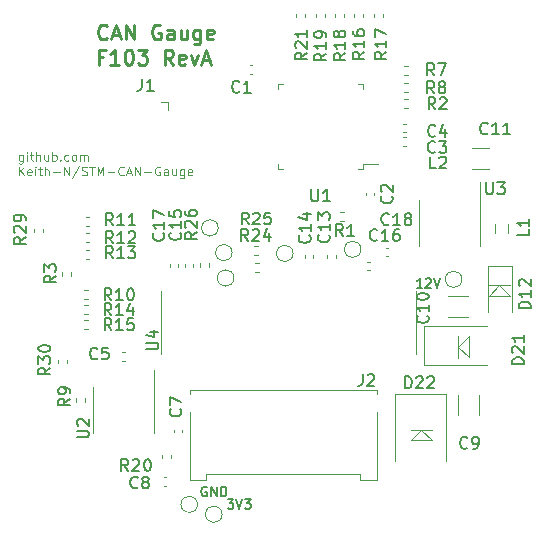
<source format=gbr>
%TF.GenerationSoftware,KiCad,Pcbnew,(5.1.10)-1*%
%TF.CreationDate,2022-01-29T15:25:58-05:00*%
%TF.ProjectId,CAN_Gauge,43414e5f-4761-4756-9765-2e6b69636164,rev?*%
%TF.SameCoordinates,Original*%
%TF.FileFunction,Legend,Top*%
%TF.FilePolarity,Positive*%
%FSLAX46Y46*%
G04 Gerber Fmt 4.6, Leading zero omitted, Abs format (unit mm)*
G04 Created by KiCad (PCBNEW (5.1.10)-1) date 2022-01-29 15:25:58*
%MOMM*%
%LPD*%
G01*
G04 APERTURE LIST*
%ADD10C,0.250000*%
%ADD11C,0.200000*%
%ADD12C,0.120000*%
%ADD13C,0.125000*%
%ADD14C,0.150000*%
G04 APERTURE END LIST*
D10*
X118184304Y-77284028D02*
X118124780Y-77343552D01*
X117946209Y-77403076D01*
X117827161Y-77403076D01*
X117648590Y-77343552D01*
X117529542Y-77224504D01*
X117470019Y-77105457D01*
X117410495Y-76867361D01*
X117410495Y-76688790D01*
X117470019Y-76450695D01*
X117529542Y-76331647D01*
X117648590Y-76212600D01*
X117827161Y-76153076D01*
X117946209Y-76153076D01*
X118124780Y-76212600D01*
X118184304Y-76272123D01*
X118660495Y-77045933D02*
X119255733Y-77045933D01*
X118541447Y-77403076D02*
X118958114Y-76153076D01*
X119374780Y-77403076D01*
X119791447Y-77403076D02*
X119791447Y-76153076D01*
X120505733Y-77403076D01*
X120505733Y-76153076D01*
X122708114Y-76212600D02*
X122589066Y-76153076D01*
X122410495Y-76153076D01*
X122231923Y-76212600D01*
X122112876Y-76331647D01*
X122053352Y-76450695D01*
X121993828Y-76688790D01*
X121993828Y-76867361D01*
X122053352Y-77105457D01*
X122112876Y-77224504D01*
X122231923Y-77343552D01*
X122410495Y-77403076D01*
X122529542Y-77403076D01*
X122708114Y-77343552D01*
X122767638Y-77284028D01*
X122767638Y-76867361D01*
X122529542Y-76867361D01*
X123839066Y-77403076D02*
X123839066Y-76748314D01*
X123779542Y-76629266D01*
X123660495Y-76569742D01*
X123422400Y-76569742D01*
X123303352Y-76629266D01*
X123839066Y-77343552D02*
X123720019Y-77403076D01*
X123422400Y-77403076D01*
X123303352Y-77343552D01*
X123243828Y-77224504D01*
X123243828Y-77105457D01*
X123303352Y-76986409D01*
X123422400Y-76926885D01*
X123720019Y-76926885D01*
X123839066Y-76867361D01*
X124970019Y-76569742D02*
X124970019Y-77403076D01*
X124434304Y-76569742D02*
X124434304Y-77224504D01*
X124493828Y-77343552D01*
X124612876Y-77403076D01*
X124791447Y-77403076D01*
X124910495Y-77343552D01*
X124970019Y-77284028D01*
X126100971Y-76569742D02*
X126100971Y-77581647D01*
X126041447Y-77700695D01*
X125981923Y-77760219D01*
X125862876Y-77819742D01*
X125684304Y-77819742D01*
X125565257Y-77760219D01*
X126100971Y-77343552D02*
X125981923Y-77403076D01*
X125743828Y-77403076D01*
X125624780Y-77343552D01*
X125565257Y-77284028D01*
X125505733Y-77164980D01*
X125505733Y-76807838D01*
X125565257Y-76688790D01*
X125624780Y-76629266D01*
X125743828Y-76569742D01*
X125981923Y-76569742D01*
X126100971Y-76629266D01*
X127172400Y-77343552D02*
X127053352Y-77403076D01*
X126815257Y-77403076D01*
X126696209Y-77343552D01*
X126636685Y-77224504D01*
X126636685Y-76748314D01*
X126696209Y-76629266D01*
X126815257Y-76569742D01*
X127053352Y-76569742D01*
X127172400Y-76629266D01*
X127231923Y-76748314D01*
X127231923Y-76867361D01*
X126636685Y-76986409D01*
X117886685Y-78873314D02*
X117470019Y-78873314D01*
X117470019Y-79528076D02*
X117470019Y-78278076D01*
X118065257Y-78278076D01*
X119196209Y-79528076D02*
X118481923Y-79528076D01*
X118839066Y-79528076D02*
X118839066Y-78278076D01*
X118720019Y-78456647D01*
X118600971Y-78575695D01*
X118481923Y-78635219D01*
X119970019Y-78278076D02*
X120089066Y-78278076D01*
X120208114Y-78337600D01*
X120267638Y-78397123D01*
X120327161Y-78516171D01*
X120386685Y-78754266D01*
X120386685Y-79051885D01*
X120327161Y-79289980D01*
X120267638Y-79409028D01*
X120208114Y-79468552D01*
X120089066Y-79528076D01*
X119970019Y-79528076D01*
X119850971Y-79468552D01*
X119791447Y-79409028D01*
X119731923Y-79289980D01*
X119672400Y-79051885D01*
X119672400Y-78754266D01*
X119731923Y-78516171D01*
X119791447Y-78397123D01*
X119850971Y-78337600D01*
X119970019Y-78278076D01*
X120803352Y-78278076D02*
X121577161Y-78278076D01*
X121160495Y-78754266D01*
X121339066Y-78754266D01*
X121458114Y-78813790D01*
X121517638Y-78873314D01*
X121577161Y-78992361D01*
X121577161Y-79289980D01*
X121517638Y-79409028D01*
X121458114Y-79468552D01*
X121339066Y-79528076D01*
X120981923Y-79528076D01*
X120862876Y-79468552D01*
X120803352Y-79409028D01*
X123779542Y-79528076D02*
X123362876Y-78932838D01*
X123065257Y-79528076D02*
X123065257Y-78278076D01*
X123541447Y-78278076D01*
X123660495Y-78337600D01*
X123720019Y-78397123D01*
X123779542Y-78516171D01*
X123779542Y-78694742D01*
X123720019Y-78813790D01*
X123660495Y-78873314D01*
X123541447Y-78932838D01*
X123065257Y-78932838D01*
X124791447Y-79468552D02*
X124672400Y-79528076D01*
X124434304Y-79528076D01*
X124315257Y-79468552D01*
X124255733Y-79349504D01*
X124255733Y-78873314D01*
X124315257Y-78754266D01*
X124434304Y-78694742D01*
X124672400Y-78694742D01*
X124791447Y-78754266D01*
X124850971Y-78873314D01*
X124850971Y-78992361D01*
X124255733Y-79111409D01*
X125267638Y-78694742D02*
X125565257Y-79528076D01*
X125862876Y-78694742D01*
X126279542Y-79170933D02*
X126874780Y-79170933D01*
X126160495Y-79528076D02*
X126577161Y-78278076D01*
X126993828Y-79528076D01*
D11*
X126623876Y-115324800D02*
X126547685Y-115286704D01*
X126433400Y-115286704D01*
X126319114Y-115324800D01*
X126242923Y-115400990D01*
X126204828Y-115477180D01*
X126166733Y-115629561D01*
X126166733Y-115743847D01*
X126204828Y-115896228D01*
X126242923Y-115972419D01*
X126319114Y-116048609D01*
X126433400Y-116086704D01*
X126509590Y-116086704D01*
X126623876Y-116048609D01*
X126661971Y-116010514D01*
X126661971Y-115743847D01*
X126509590Y-115743847D01*
X127004828Y-116086704D02*
X127004828Y-115286704D01*
X127461971Y-116086704D01*
X127461971Y-115286704D01*
X127842923Y-116086704D02*
X127842923Y-115286704D01*
X128033400Y-115286704D01*
X128147685Y-115324800D01*
X128223876Y-115400990D01*
X128261971Y-115477180D01*
X128300066Y-115629561D01*
X128300066Y-115743847D01*
X128261971Y-115896228D01*
X128223876Y-115972419D01*
X128147685Y-116048609D01*
X128033400Y-116086704D01*
X127842923Y-116086704D01*
X128401923Y-116353504D02*
X128897161Y-116353504D01*
X128630495Y-116658266D01*
X128744780Y-116658266D01*
X128820971Y-116696361D01*
X128859066Y-116734457D01*
X128897161Y-116810647D01*
X128897161Y-117001123D01*
X128859066Y-117077314D01*
X128820971Y-117115409D01*
X128744780Y-117153504D01*
X128516209Y-117153504D01*
X128440019Y-117115409D01*
X128401923Y-117077314D01*
X129125733Y-116353504D02*
X129392400Y-117153504D01*
X129659066Y-116353504D01*
X129849542Y-116353504D02*
X130344780Y-116353504D01*
X130078114Y-116658266D01*
X130192400Y-116658266D01*
X130268590Y-116696361D01*
X130306685Y-116734457D01*
X130344780Y-116810647D01*
X130344780Y-117001123D01*
X130306685Y-117077314D01*
X130268590Y-117115409D01*
X130192400Y-117153504D01*
X129963828Y-117153504D01*
X129887638Y-117115409D01*
X129849542Y-117077314D01*
X144886461Y-98421004D02*
X144429319Y-98421004D01*
X144657890Y-98421004D02*
X144657890Y-97621004D01*
X144581700Y-97735290D01*
X144505509Y-97811480D01*
X144429319Y-97849576D01*
X145191223Y-97697195D02*
X145229319Y-97659100D01*
X145305509Y-97621004D01*
X145495985Y-97621004D01*
X145572176Y-97659100D01*
X145610271Y-97697195D01*
X145648366Y-97773385D01*
X145648366Y-97849576D01*
X145610271Y-97963861D01*
X145153128Y-98421004D01*
X145648366Y-98421004D01*
X145876938Y-97621004D02*
X146143604Y-98421004D01*
X146410271Y-97621004D01*
D12*
X151414200Y-98198800D02*
X152328600Y-98198800D01*
X151414200Y-98198800D02*
X150525200Y-99113200D01*
X150550600Y-99113200D02*
X152303200Y-99113200D01*
X152303200Y-99113200D02*
X151414200Y-98198800D01*
X151414200Y-98198800D02*
X150499800Y-98198800D01*
X147934400Y-103405800D02*
X147934400Y-102516800D01*
X147883600Y-103431200D02*
X148798000Y-104320200D01*
X148798000Y-104294800D02*
X148798000Y-102542200D01*
X148798000Y-102542200D02*
X147883600Y-103431200D01*
X147934400Y-103431200D02*
X147934400Y-104345600D01*
X144810200Y-110441600D02*
X145724600Y-110441600D01*
X144810200Y-110441600D02*
X143921200Y-111356000D01*
X143946600Y-111356000D02*
X145699200Y-111356000D01*
X145699200Y-111356000D02*
X144810200Y-110441600D01*
X144810200Y-110441600D02*
X143895800Y-110441600D01*
D13*
X111063350Y-87164185D02*
X111063350Y-87771328D01*
X111027635Y-87842757D01*
X110991921Y-87878471D01*
X110920492Y-87914185D01*
X110813350Y-87914185D01*
X110741921Y-87878471D01*
X111063350Y-87628471D02*
X110991921Y-87664185D01*
X110849064Y-87664185D01*
X110777635Y-87628471D01*
X110741921Y-87592757D01*
X110706207Y-87521328D01*
X110706207Y-87307042D01*
X110741921Y-87235614D01*
X110777635Y-87199900D01*
X110849064Y-87164185D01*
X110991921Y-87164185D01*
X111063350Y-87199900D01*
X111420492Y-87664185D02*
X111420492Y-87164185D01*
X111420492Y-86914185D02*
X111384778Y-86949900D01*
X111420492Y-86985614D01*
X111456207Y-86949900D01*
X111420492Y-86914185D01*
X111420492Y-86985614D01*
X111670492Y-87164185D02*
X111956207Y-87164185D01*
X111777635Y-86914185D02*
X111777635Y-87557042D01*
X111813350Y-87628471D01*
X111884778Y-87664185D01*
X111956207Y-87664185D01*
X112206207Y-87664185D02*
X112206207Y-86914185D01*
X112527635Y-87664185D02*
X112527635Y-87271328D01*
X112491921Y-87199900D01*
X112420492Y-87164185D01*
X112313350Y-87164185D01*
X112241921Y-87199900D01*
X112206207Y-87235614D01*
X113206207Y-87164185D02*
X113206207Y-87664185D01*
X112884778Y-87164185D02*
X112884778Y-87557042D01*
X112920492Y-87628471D01*
X112991921Y-87664185D01*
X113099064Y-87664185D01*
X113170492Y-87628471D01*
X113206207Y-87592757D01*
X113563350Y-87664185D02*
X113563350Y-86914185D01*
X113563350Y-87199900D02*
X113634778Y-87164185D01*
X113777635Y-87164185D01*
X113849064Y-87199900D01*
X113884778Y-87235614D01*
X113920492Y-87307042D01*
X113920492Y-87521328D01*
X113884778Y-87592757D01*
X113849064Y-87628471D01*
X113777635Y-87664185D01*
X113634778Y-87664185D01*
X113563350Y-87628471D01*
X114241921Y-87592757D02*
X114277635Y-87628471D01*
X114241921Y-87664185D01*
X114206207Y-87628471D01*
X114241921Y-87592757D01*
X114241921Y-87664185D01*
X114920492Y-87628471D02*
X114849064Y-87664185D01*
X114706207Y-87664185D01*
X114634778Y-87628471D01*
X114599064Y-87592757D01*
X114563350Y-87521328D01*
X114563350Y-87307042D01*
X114599064Y-87235614D01*
X114634778Y-87199900D01*
X114706207Y-87164185D01*
X114849064Y-87164185D01*
X114920492Y-87199900D01*
X115349064Y-87664185D02*
X115277635Y-87628471D01*
X115241921Y-87592757D01*
X115206207Y-87521328D01*
X115206207Y-87307042D01*
X115241921Y-87235614D01*
X115277635Y-87199900D01*
X115349064Y-87164185D01*
X115456207Y-87164185D01*
X115527635Y-87199900D01*
X115563350Y-87235614D01*
X115599064Y-87307042D01*
X115599064Y-87521328D01*
X115563350Y-87592757D01*
X115527635Y-87628471D01*
X115456207Y-87664185D01*
X115349064Y-87664185D01*
X115920492Y-87664185D02*
X115920492Y-87164185D01*
X115920492Y-87235614D02*
X115956207Y-87199900D01*
X116027635Y-87164185D01*
X116134778Y-87164185D01*
X116206207Y-87199900D01*
X116241921Y-87271328D01*
X116241921Y-87664185D01*
X116241921Y-87271328D02*
X116277635Y-87199900D01*
X116349064Y-87164185D01*
X116456207Y-87164185D01*
X116527635Y-87199900D01*
X116563350Y-87271328D01*
X116563350Y-87664185D01*
X110741921Y-88914185D02*
X110741921Y-88164185D01*
X111170492Y-88914185D02*
X110849064Y-88485614D01*
X111170492Y-88164185D02*
X110741921Y-88592757D01*
X111777635Y-88878471D02*
X111706207Y-88914185D01*
X111563350Y-88914185D01*
X111491921Y-88878471D01*
X111456207Y-88807042D01*
X111456207Y-88521328D01*
X111491921Y-88449900D01*
X111563350Y-88414185D01*
X111706207Y-88414185D01*
X111777635Y-88449900D01*
X111813350Y-88521328D01*
X111813350Y-88592757D01*
X111456207Y-88664185D01*
X112134778Y-88914185D02*
X112134778Y-88414185D01*
X112134778Y-88164185D02*
X112099064Y-88199900D01*
X112134778Y-88235614D01*
X112170492Y-88199900D01*
X112134778Y-88164185D01*
X112134778Y-88235614D01*
X112384778Y-88414185D02*
X112670492Y-88414185D01*
X112491921Y-88164185D02*
X112491921Y-88807042D01*
X112527635Y-88878471D01*
X112599064Y-88914185D01*
X112670492Y-88914185D01*
X112920492Y-88914185D02*
X112920492Y-88164185D01*
X113241921Y-88914185D02*
X113241921Y-88521328D01*
X113206207Y-88449900D01*
X113134778Y-88414185D01*
X113027635Y-88414185D01*
X112956207Y-88449900D01*
X112920492Y-88485614D01*
X113599064Y-88628471D02*
X114170492Y-88628471D01*
X114527635Y-88914185D02*
X114527635Y-88164185D01*
X114956207Y-88914185D01*
X114956207Y-88164185D01*
X115849064Y-88128471D02*
X115206207Y-89092757D01*
X116063350Y-88878471D02*
X116170492Y-88914185D01*
X116349064Y-88914185D01*
X116420492Y-88878471D01*
X116456207Y-88842757D01*
X116491921Y-88771328D01*
X116491921Y-88699900D01*
X116456207Y-88628471D01*
X116420492Y-88592757D01*
X116349064Y-88557042D01*
X116206207Y-88521328D01*
X116134778Y-88485614D01*
X116099064Y-88449900D01*
X116063350Y-88378471D01*
X116063350Y-88307042D01*
X116099064Y-88235614D01*
X116134778Y-88199900D01*
X116206207Y-88164185D01*
X116384778Y-88164185D01*
X116491921Y-88199900D01*
X116706207Y-88164185D02*
X117134778Y-88164185D01*
X116920492Y-88914185D02*
X116920492Y-88164185D01*
X117384778Y-88914185D02*
X117384778Y-88164185D01*
X117634778Y-88699900D01*
X117884778Y-88164185D01*
X117884778Y-88914185D01*
X118241921Y-88628471D02*
X118813350Y-88628471D01*
X119599064Y-88842757D02*
X119563350Y-88878471D01*
X119456207Y-88914185D01*
X119384778Y-88914185D01*
X119277635Y-88878471D01*
X119206207Y-88807042D01*
X119170492Y-88735614D01*
X119134778Y-88592757D01*
X119134778Y-88485614D01*
X119170492Y-88342757D01*
X119206207Y-88271328D01*
X119277635Y-88199900D01*
X119384778Y-88164185D01*
X119456207Y-88164185D01*
X119563350Y-88199900D01*
X119599064Y-88235614D01*
X119884778Y-88699900D02*
X120241921Y-88699900D01*
X119813350Y-88914185D02*
X120063350Y-88164185D01*
X120313350Y-88914185D01*
X120563350Y-88914185D02*
X120563350Y-88164185D01*
X120991921Y-88914185D01*
X120991921Y-88164185D01*
X121349064Y-88628471D02*
X121920492Y-88628471D01*
X122670492Y-88199900D02*
X122599064Y-88164185D01*
X122491921Y-88164185D01*
X122384778Y-88199900D01*
X122313350Y-88271328D01*
X122277635Y-88342757D01*
X122241921Y-88485614D01*
X122241921Y-88592757D01*
X122277635Y-88735614D01*
X122313350Y-88807042D01*
X122384778Y-88878471D01*
X122491921Y-88914185D01*
X122563350Y-88914185D01*
X122670492Y-88878471D01*
X122706207Y-88842757D01*
X122706207Y-88592757D01*
X122563350Y-88592757D01*
X123349064Y-88914185D02*
X123349064Y-88521328D01*
X123313350Y-88449900D01*
X123241921Y-88414185D01*
X123099064Y-88414185D01*
X123027635Y-88449900D01*
X123349064Y-88878471D02*
X123277635Y-88914185D01*
X123099064Y-88914185D01*
X123027635Y-88878471D01*
X122991921Y-88807042D01*
X122991921Y-88735614D01*
X123027635Y-88664185D01*
X123099064Y-88628471D01*
X123277635Y-88628471D01*
X123349064Y-88592757D01*
X124027635Y-88414185D02*
X124027635Y-88914185D01*
X123706207Y-88414185D02*
X123706207Y-88807042D01*
X123741921Y-88878471D01*
X123813350Y-88914185D01*
X123920492Y-88914185D01*
X123991921Y-88878471D01*
X124027635Y-88842757D01*
X124706207Y-88414185D02*
X124706207Y-89021328D01*
X124670492Y-89092757D01*
X124634778Y-89128471D01*
X124563350Y-89164185D01*
X124456207Y-89164185D01*
X124384778Y-89128471D01*
X124706207Y-88878471D02*
X124634778Y-88914185D01*
X124491921Y-88914185D01*
X124420492Y-88878471D01*
X124384778Y-88842757D01*
X124349064Y-88771328D01*
X124349064Y-88557042D01*
X124384778Y-88485614D01*
X124420492Y-88449900D01*
X124491921Y-88414185D01*
X124634778Y-88414185D01*
X124706207Y-88449900D01*
X125349064Y-88878471D02*
X125277635Y-88914185D01*
X125134778Y-88914185D01*
X125063350Y-88878471D01*
X125027635Y-88807042D01*
X125027635Y-88521328D01*
X125063350Y-88449900D01*
X125134778Y-88414185D01*
X125277635Y-88414185D01*
X125349064Y-88449900D01*
X125384778Y-88521328D01*
X125384778Y-88592757D01*
X125027635Y-88664185D01*
D12*
%TO.C,TP7*%
X139693600Y-95176200D02*
G75*
G03*
X139693600Y-95176200I-700000J0D01*
G01*
%TO.C,TP2*%
X133940500Y-95519100D02*
G75*
G03*
X133940500Y-95519100I-700000J0D01*
G01*
%TO.C,U1*%
X139860400Y-87947600D02*
X141150400Y-87947600D01*
X139860400Y-88397600D02*
X139860400Y-87947600D01*
X139410400Y-88397600D02*
X139860400Y-88397600D01*
X132640400Y-88397600D02*
X132640400Y-87947600D01*
X133090400Y-88397600D02*
X132640400Y-88397600D01*
X139860400Y-81177600D02*
X139860400Y-81627600D01*
X139410400Y-81177600D02*
X139860400Y-81177600D01*
X132640400Y-81177600D02*
X132640400Y-81627600D01*
X133090400Y-81177600D02*
X132640400Y-81177600D01*
%TO.C,TP8*%
X128784300Y-95455600D02*
G75*
G03*
X128784300Y-95455600I-700000J0D01*
G01*
%TO.C,C10*%
X147061058Y-99104900D02*
X148731542Y-99104900D01*
X147061058Y-100924900D02*
X148731542Y-100924900D01*
%TO.C,J1*%
X122737600Y-82730200D02*
X123372600Y-82730200D01*
X123372600Y-82730200D02*
X123372600Y-83365200D01*
%TO.C,TP6*%
X128936700Y-97601900D02*
G75*
G03*
X128936700Y-97601900I-700000J0D01*
G01*
%TO.C,C17*%
X123520600Y-96414564D02*
X123520600Y-96630236D01*
X124240600Y-96414564D02*
X124240600Y-96630236D01*
%TO.C,R24*%
X130711959Y-97054800D02*
X131019241Y-97054800D01*
X130711959Y-96294800D02*
X131019241Y-96294800D01*
%TO.C,TP1*%
X127603200Y-93360100D02*
G75*
G03*
X127603200Y-93360100I-700000J0D01*
G01*
%TO.C,TP5*%
X125850600Y-116766200D02*
G75*
G03*
X125850600Y-116766200I-700000J0D01*
G01*
%TO.C,TP4*%
X127933400Y-117604400D02*
G75*
G03*
X127933400Y-117604400I-700000J0D01*
G01*
%TO.C,TP3*%
X148240700Y-97716200D02*
G75*
G03*
X148240700Y-97716200I-700000J0D01*
G01*
%TO.C,U4*%
X122734000Y-98699000D02*
X122734000Y-104033000D01*
X144344000Y-104023000D02*
X144344000Y-98689000D01*
X144332000Y-104027000D02*
X144332000Y-104027000D01*
%TO.C,R20*%
X123600200Y-112573959D02*
X123600200Y-112881241D01*
X122840200Y-112573959D02*
X122840200Y-112881241D01*
%TO.C,L1*%
X152177400Y-93823222D02*
X152177400Y-93023978D01*
X151057400Y-93823222D02*
X151057400Y-93023978D01*
%TO.C,C11*%
X150499852Y-86570000D02*
X149077348Y-86570000D01*
X150499852Y-88390000D02*
X149077348Y-88390000D01*
%TO.C,D12*%
X152439600Y-96558400D02*
X150439600Y-96558400D01*
X150439600Y-96558400D02*
X150439600Y-100458400D01*
X152439600Y-96558400D02*
X152439600Y-100458400D01*
%TO.C,U3*%
X144612400Y-92915600D02*
X144612400Y-94865600D01*
X144612400Y-92915600D02*
X144612400Y-90965600D01*
X149732400Y-92915600D02*
X149732400Y-94865600D01*
X149732400Y-92915600D02*
X149732400Y-89465600D01*
%TO.C,J2*%
X141057000Y-107418000D02*
X141057000Y-107108000D01*
X141057000Y-107108000D02*
X125187000Y-107108000D01*
X125187000Y-107108000D02*
X125187000Y-107418000D01*
X141057000Y-108938000D02*
X141057000Y-114698000D01*
X141057000Y-114698000D02*
X139637000Y-114698000D01*
X139637000Y-114698000D02*
X139637000Y-114198000D01*
X139637000Y-114198000D02*
X126607000Y-114198000D01*
X126607000Y-114198000D02*
X126607000Y-114698000D01*
X126607000Y-114698000D02*
X125187000Y-114698000D01*
X125187000Y-114698000D02*
X125187000Y-108938000D01*
%TO.C,R30*%
X114837200Y-104829441D02*
X114837200Y-104522159D01*
X114077200Y-104829441D02*
X114077200Y-104522159D01*
%TO.C,R29*%
X111969000Y-93422359D02*
X111969000Y-93729641D01*
X112729000Y-93422359D02*
X112729000Y-93729641D01*
%TO.C,R21*%
X134206700Y-75210559D02*
X134206700Y-75517841D01*
X134966700Y-75210559D02*
X134966700Y-75517841D01*
%TO.C,D22*%
X146884000Y-107425000D02*
X146884000Y-113125000D01*
X142584000Y-107425000D02*
X142584000Y-113125000D01*
X146884000Y-107425000D02*
X142584000Y-107425000D01*
%TO.C,C9*%
X149708000Y-107523558D02*
X149708000Y-109194042D01*
X147888000Y-107523558D02*
X147888000Y-109194042D01*
%TO.C,R26*%
X126040600Y-96368759D02*
X126040600Y-96676041D01*
X126800600Y-96368759D02*
X126800600Y-96676041D01*
%TO.C,R25*%
X130943041Y-94872400D02*
X130635759Y-94872400D01*
X130943041Y-95632400D02*
X130635759Y-95632400D01*
%TO.C,C18*%
X141806764Y-95752100D02*
X142022436Y-95752100D01*
X141806764Y-95032100D02*
X142022436Y-95032100D01*
%TO.C,C16*%
X140244664Y-96933200D02*
X140460336Y-96933200D01*
X140244664Y-96213200D02*
X140460336Y-96213200D01*
%TO.C,C15*%
X124785600Y-96414564D02*
X124785600Y-96630236D01*
X125505600Y-96414564D02*
X125505600Y-96630236D01*
%TO.C,C14*%
X134950600Y-95677964D02*
X134950600Y-95893636D01*
X135670600Y-95677964D02*
X135670600Y-95893636D01*
%TO.C,C13*%
X136817500Y-95677964D02*
X136817500Y-95893636D01*
X137537500Y-95677964D02*
X137537500Y-95893636D01*
%TO.C,C8*%
X123226436Y-115195800D02*
X123010764Y-115195800D01*
X123226436Y-114475800D02*
X123010764Y-114475800D01*
%TO.C,C7*%
X124545400Y-110460764D02*
X124545400Y-110676436D01*
X123825400Y-110460764D02*
X123825400Y-110676436D01*
%TO.C,C5*%
X119480164Y-103884000D02*
X119695836Y-103884000D01*
X119480164Y-104604000D02*
X119695836Y-104604000D01*
%TO.C,C4*%
X143279964Y-84529200D02*
X143495636Y-84529200D01*
X143279964Y-85249200D02*
X143495636Y-85249200D01*
%TO.C,C3*%
X143279964Y-85672200D02*
X143495636Y-85672200D01*
X143279964Y-86392200D02*
X143495636Y-86392200D01*
%TO.C,C2*%
X140826800Y-90369364D02*
X140826800Y-90585036D01*
X140106800Y-90369364D02*
X140106800Y-90585036D01*
%TO.C,C1*%
X130490836Y-80296200D02*
X130275164Y-80296200D01*
X130490836Y-79576200D02*
X130275164Y-79576200D01*
%TO.C,R19*%
X136605000Y-75210559D02*
X136605000Y-75517841D01*
X135845000Y-75210559D02*
X135845000Y-75517841D01*
%TO.C,R18*%
X137483300Y-75210559D02*
X137483300Y-75517841D01*
X138243300Y-75210559D02*
X138243300Y-75517841D01*
%TO.C,R17*%
X141519900Y-75210559D02*
X141519900Y-75517841D01*
X140759900Y-75210559D02*
X140759900Y-75517841D01*
%TO.C,R16*%
X139881600Y-75210559D02*
X139881600Y-75517841D01*
X139121600Y-75210559D02*
X139121600Y-75517841D01*
%TO.C,R15*%
X116566641Y-101957000D02*
X116259359Y-101957000D01*
X116566641Y-101197000D02*
X116259359Y-101197000D01*
%TO.C,R14*%
X116566641Y-100687000D02*
X116259359Y-100687000D01*
X116566641Y-99927000D02*
X116259359Y-99927000D01*
%TO.C,R13*%
X116693641Y-95988000D02*
X116386359Y-95988000D01*
X116693641Y-95228000D02*
X116386359Y-95228000D01*
%TO.C,R12*%
X116386359Y-93831000D02*
X116693641Y-93831000D01*
X116386359Y-94591000D02*
X116693641Y-94591000D01*
%TO.C,R11*%
X116693641Y-93194000D02*
X116386359Y-93194000D01*
X116693641Y-92434000D02*
X116386359Y-92434000D01*
%TO.C,R10*%
X116566641Y-99417000D02*
X116259359Y-99417000D01*
X116566641Y-98657000D02*
X116259359Y-98657000D01*
%TO.C,R1*%
X137950959Y-92027600D02*
X138258241Y-92027600D01*
X137950959Y-92787600D02*
X138258241Y-92787600D01*
%TO.C,D21*%
X144991600Y-101679600D02*
X144991600Y-104979600D01*
X144991600Y-104979600D02*
X150391600Y-104979600D01*
X144991600Y-101679600D02*
X150391600Y-101679600D01*
%TO.C,R9*%
X115525000Y-107800759D02*
X115525000Y-108108041D01*
X116285000Y-107800759D02*
X116285000Y-108108041D01*
%TO.C,R8*%
X143643041Y-81054800D02*
X143335759Y-81054800D01*
X143643041Y-81814800D02*
X143335759Y-81814800D01*
%TO.C,R7*%
X143643041Y-79683200D02*
X143335759Y-79683200D01*
X143643041Y-80443200D02*
X143335759Y-80443200D01*
%TO.C,R3*%
X115116600Y-97412641D02*
X115116600Y-97105359D01*
X114356600Y-97412641D02*
X114356600Y-97105359D01*
%TO.C,R2*%
X143643041Y-82426400D02*
X143335759Y-82426400D01*
X143643041Y-83186400D02*
X143335759Y-83186400D01*
%TO.C,U2*%
X122148000Y-108816000D02*
X122148000Y-105366000D01*
X122148000Y-108816000D02*
X122148000Y-110766000D01*
X117028000Y-108816000D02*
X117028000Y-106866000D01*
X117028000Y-108816000D02*
X117028000Y-110766000D01*
%TO.C,U1*%
D14*
X135488495Y-90089980D02*
X135488495Y-90899504D01*
X135536114Y-90994742D01*
X135583733Y-91042361D01*
X135678971Y-91089980D01*
X135869447Y-91089980D01*
X135964685Y-91042361D01*
X136012304Y-90994742D01*
X136059923Y-90899504D01*
X136059923Y-90089980D01*
X137059923Y-91089980D02*
X136488495Y-91089980D01*
X136774209Y-91089980D02*
X136774209Y-90089980D01*
X136678971Y-90232838D01*
X136583733Y-90328076D01*
X136488495Y-90375695D01*
%TO.C,C10*%
X145319742Y-100797457D02*
X145367361Y-100845076D01*
X145414980Y-100987933D01*
X145414980Y-101083171D01*
X145367361Y-101226028D01*
X145272123Y-101321266D01*
X145176885Y-101368885D01*
X144986409Y-101416504D01*
X144843552Y-101416504D01*
X144653076Y-101368885D01*
X144557838Y-101321266D01*
X144462600Y-101226028D01*
X144414980Y-101083171D01*
X144414980Y-100987933D01*
X144462600Y-100845076D01*
X144510219Y-100797457D01*
X145414980Y-99845076D02*
X145414980Y-100416504D01*
X145414980Y-100130790D02*
X144414980Y-100130790D01*
X144557838Y-100226028D01*
X144653076Y-100321266D01*
X144700695Y-100416504D01*
X144414980Y-99226028D02*
X144414980Y-99130790D01*
X144462600Y-99035552D01*
X144510219Y-98987933D01*
X144605457Y-98940314D01*
X144795933Y-98892695D01*
X145034028Y-98892695D01*
X145224504Y-98940314D01*
X145319742Y-98987933D01*
X145367361Y-99035552D01*
X145414980Y-99130790D01*
X145414980Y-99226028D01*
X145367361Y-99321266D01*
X145319742Y-99368885D01*
X145224504Y-99416504D01*
X145034028Y-99464123D01*
X144795933Y-99464123D01*
X144605457Y-99416504D01*
X144510219Y-99368885D01*
X144462600Y-99321266D01*
X144414980Y-99226028D01*
%TO.C,J1*%
X121134266Y-80752580D02*
X121134266Y-81466866D01*
X121086647Y-81609723D01*
X120991409Y-81704961D01*
X120848552Y-81752580D01*
X120753314Y-81752580D01*
X122134266Y-81752580D02*
X121562838Y-81752580D01*
X121848552Y-81752580D02*
X121848552Y-80752580D01*
X121753314Y-80895438D01*
X121658076Y-80990676D01*
X121562838Y-81038295D01*
%TO.C,C17*%
X122955042Y-93812457D02*
X123002661Y-93860076D01*
X123050280Y-94002933D01*
X123050280Y-94098171D01*
X123002661Y-94241028D01*
X122907423Y-94336266D01*
X122812185Y-94383885D01*
X122621709Y-94431504D01*
X122478852Y-94431504D01*
X122288376Y-94383885D01*
X122193138Y-94336266D01*
X122097900Y-94241028D01*
X122050280Y-94098171D01*
X122050280Y-94002933D01*
X122097900Y-93860076D01*
X122145519Y-93812457D01*
X123050280Y-92860076D02*
X123050280Y-93431504D01*
X123050280Y-93145790D02*
X122050280Y-93145790D01*
X122193138Y-93241028D01*
X122288376Y-93336266D01*
X122335995Y-93431504D01*
X122050280Y-92526742D02*
X122050280Y-91860076D01*
X123050280Y-92288647D01*
%TO.C,R24*%
X130133842Y-94447480D02*
X129800509Y-93971290D01*
X129562414Y-94447480D02*
X129562414Y-93447480D01*
X129943366Y-93447480D01*
X130038604Y-93495100D01*
X130086223Y-93542719D01*
X130133842Y-93637957D01*
X130133842Y-93780814D01*
X130086223Y-93876052D01*
X130038604Y-93923671D01*
X129943366Y-93971290D01*
X129562414Y-93971290D01*
X130514795Y-93542719D02*
X130562414Y-93495100D01*
X130657652Y-93447480D01*
X130895747Y-93447480D01*
X130990985Y-93495100D01*
X131038604Y-93542719D01*
X131086223Y-93637957D01*
X131086223Y-93733195D01*
X131038604Y-93876052D01*
X130467176Y-94447480D01*
X131086223Y-94447480D01*
X131943366Y-93780814D02*
X131943366Y-94447480D01*
X131705271Y-93399861D02*
X131467176Y-94114147D01*
X132086223Y-94114147D01*
%TO.C,U4*%
X121529580Y-103634304D02*
X122339104Y-103634304D01*
X122434342Y-103586685D01*
X122481961Y-103539066D01*
X122529580Y-103443828D01*
X122529580Y-103253352D01*
X122481961Y-103158114D01*
X122434342Y-103110495D01*
X122339104Y-103062876D01*
X121529580Y-103062876D01*
X121862914Y-102158114D02*
X122529580Y-102158114D01*
X121481961Y-102396209D02*
X122196247Y-102634304D01*
X122196247Y-102015257D01*
%TO.C,R20*%
X119986542Y-113941980D02*
X119653209Y-113465790D01*
X119415114Y-113941980D02*
X119415114Y-112941980D01*
X119796066Y-112941980D01*
X119891304Y-112989600D01*
X119938923Y-113037219D01*
X119986542Y-113132457D01*
X119986542Y-113275314D01*
X119938923Y-113370552D01*
X119891304Y-113418171D01*
X119796066Y-113465790D01*
X119415114Y-113465790D01*
X120367495Y-113037219D02*
X120415114Y-112989600D01*
X120510352Y-112941980D01*
X120748447Y-112941980D01*
X120843685Y-112989600D01*
X120891304Y-113037219D01*
X120938923Y-113132457D01*
X120938923Y-113227695D01*
X120891304Y-113370552D01*
X120319876Y-113941980D01*
X120938923Y-113941980D01*
X121557971Y-112941980D02*
X121653209Y-112941980D01*
X121748447Y-112989600D01*
X121796066Y-113037219D01*
X121843685Y-113132457D01*
X121891304Y-113322933D01*
X121891304Y-113561028D01*
X121843685Y-113751504D01*
X121796066Y-113846742D01*
X121748447Y-113894361D01*
X121653209Y-113941980D01*
X121557971Y-113941980D01*
X121462733Y-113894361D01*
X121415114Y-113846742D01*
X121367495Y-113751504D01*
X121319876Y-113561028D01*
X121319876Y-113322933D01*
X121367495Y-113132457D01*
X121415114Y-113037219D01*
X121462733Y-112989600D01*
X121557971Y-112941980D01*
%TO.C,L1*%
X153923980Y-93488666D02*
X153923980Y-93964857D01*
X152923980Y-93964857D01*
X153923980Y-92631523D02*
X153923980Y-93202952D01*
X153923980Y-92917238D02*
X152923980Y-92917238D01*
X153066838Y-93012476D01*
X153162076Y-93107714D01*
X153209695Y-93202952D01*
%TO.C,C11*%
X150417542Y-85347942D02*
X150369923Y-85395561D01*
X150227066Y-85443180D01*
X150131828Y-85443180D01*
X149988971Y-85395561D01*
X149893733Y-85300323D01*
X149846114Y-85205085D01*
X149798495Y-85014609D01*
X149798495Y-84871752D01*
X149846114Y-84681276D01*
X149893733Y-84586038D01*
X149988971Y-84490800D01*
X150131828Y-84443180D01*
X150227066Y-84443180D01*
X150369923Y-84490800D01*
X150417542Y-84538419D01*
X151369923Y-85443180D02*
X150798495Y-85443180D01*
X151084209Y-85443180D02*
X151084209Y-84443180D01*
X150988971Y-84586038D01*
X150893733Y-84681276D01*
X150798495Y-84728895D01*
X152322304Y-85443180D02*
X151750876Y-85443180D01*
X152036590Y-85443180D02*
X152036590Y-84443180D01*
X151941352Y-84586038D01*
X151846114Y-84681276D01*
X151750876Y-84728895D01*
%TO.C,D12*%
X154050980Y-100175085D02*
X153050980Y-100175085D01*
X153050980Y-99936990D01*
X153098600Y-99794133D01*
X153193838Y-99698895D01*
X153289076Y-99651276D01*
X153479552Y-99603657D01*
X153622409Y-99603657D01*
X153812885Y-99651276D01*
X153908123Y-99698895D01*
X154003361Y-99794133D01*
X154050980Y-99936990D01*
X154050980Y-100175085D01*
X154050980Y-98651276D02*
X154050980Y-99222704D01*
X154050980Y-98936990D02*
X153050980Y-98936990D01*
X153193838Y-99032228D01*
X153289076Y-99127466D01*
X153336695Y-99222704D01*
X153146219Y-98270323D02*
X153098600Y-98222704D01*
X153050980Y-98127466D01*
X153050980Y-97889371D01*
X153098600Y-97794133D01*
X153146219Y-97746514D01*
X153241457Y-97698895D01*
X153336695Y-97698895D01*
X153479552Y-97746514D01*
X154050980Y-98317942D01*
X154050980Y-97698895D01*
%TO.C,U3*%
X150296695Y-89497780D02*
X150296695Y-90307304D01*
X150344314Y-90402542D01*
X150391933Y-90450161D01*
X150487171Y-90497780D01*
X150677647Y-90497780D01*
X150772885Y-90450161D01*
X150820504Y-90402542D01*
X150868123Y-90307304D01*
X150868123Y-89497780D01*
X151249076Y-89497780D02*
X151868123Y-89497780D01*
X151534790Y-89878733D01*
X151677647Y-89878733D01*
X151772885Y-89926352D01*
X151820504Y-89973971D01*
X151868123Y-90069209D01*
X151868123Y-90307304D01*
X151820504Y-90402542D01*
X151772885Y-90450161D01*
X151677647Y-90497780D01*
X151391933Y-90497780D01*
X151296695Y-90450161D01*
X151249076Y-90402542D01*
%TO.C,L2*%
X146040533Y-88326080D02*
X145564342Y-88326080D01*
X145564342Y-87326080D01*
X146326247Y-87421319D02*
X146373866Y-87373700D01*
X146469104Y-87326080D01*
X146707200Y-87326080D01*
X146802438Y-87373700D01*
X146850057Y-87421319D01*
X146897676Y-87516557D01*
X146897676Y-87611795D01*
X146850057Y-87754652D01*
X146278628Y-88326080D01*
X146897676Y-88326080D01*
%TO.C,J2*%
X139828666Y-105728380D02*
X139828666Y-106442666D01*
X139781047Y-106585523D01*
X139685809Y-106680761D01*
X139542952Y-106728380D01*
X139447714Y-106728380D01*
X140257238Y-105823619D02*
X140304857Y-105776000D01*
X140400095Y-105728380D01*
X140638190Y-105728380D01*
X140733428Y-105776000D01*
X140781047Y-105823619D01*
X140828666Y-105918857D01*
X140828666Y-106014095D01*
X140781047Y-106156952D01*
X140209619Y-106728380D01*
X140828666Y-106728380D01*
%TO.C,R30*%
X113385580Y-105191657D02*
X112909390Y-105524990D01*
X113385580Y-105763085D02*
X112385580Y-105763085D01*
X112385580Y-105382133D01*
X112433200Y-105286895D01*
X112480819Y-105239276D01*
X112576057Y-105191657D01*
X112718914Y-105191657D01*
X112814152Y-105239276D01*
X112861771Y-105286895D01*
X112909390Y-105382133D01*
X112909390Y-105763085D01*
X112385580Y-104858323D02*
X112385580Y-104239276D01*
X112766533Y-104572609D01*
X112766533Y-104429752D01*
X112814152Y-104334514D01*
X112861771Y-104286895D01*
X112957009Y-104239276D01*
X113195104Y-104239276D01*
X113290342Y-104286895D01*
X113337961Y-104334514D01*
X113385580Y-104429752D01*
X113385580Y-104715466D01*
X113337961Y-104810704D01*
X113290342Y-104858323D01*
X112385580Y-103620228D02*
X112385580Y-103524990D01*
X112433200Y-103429752D01*
X112480819Y-103382133D01*
X112576057Y-103334514D01*
X112766533Y-103286895D01*
X113004628Y-103286895D01*
X113195104Y-103334514D01*
X113290342Y-103382133D01*
X113337961Y-103429752D01*
X113385580Y-103524990D01*
X113385580Y-103620228D01*
X113337961Y-103715466D01*
X113290342Y-103763085D01*
X113195104Y-103810704D01*
X113004628Y-103858323D01*
X112766533Y-103858323D01*
X112576057Y-103810704D01*
X112480819Y-103763085D01*
X112433200Y-103715466D01*
X112385580Y-103620228D01*
%TO.C,R29*%
X111302780Y-94142657D02*
X110826590Y-94475990D01*
X111302780Y-94714085D02*
X110302780Y-94714085D01*
X110302780Y-94333133D01*
X110350400Y-94237895D01*
X110398019Y-94190276D01*
X110493257Y-94142657D01*
X110636114Y-94142657D01*
X110731352Y-94190276D01*
X110778971Y-94237895D01*
X110826590Y-94333133D01*
X110826590Y-94714085D01*
X110398019Y-93761704D02*
X110350400Y-93714085D01*
X110302780Y-93618847D01*
X110302780Y-93380752D01*
X110350400Y-93285514D01*
X110398019Y-93237895D01*
X110493257Y-93190276D01*
X110588495Y-93190276D01*
X110731352Y-93237895D01*
X111302780Y-93809323D01*
X111302780Y-93190276D01*
X111302780Y-92714085D02*
X111302780Y-92523609D01*
X111255161Y-92428371D01*
X111207542Y-92380752D01*
X111064685Y-92285514D01*
X110874209Y-92237895D01*
X110493257Y-92237895D01*
X110398019Y-92285514D01*
X110350400Y-92333133D01*
X110302780Y-92428371D01*
X110302780Y-92618847D01*
X110350400Y-92714085D01*
X110398019Y-92761704D01*
X110493257Y-92809323D01*
X110731352Y-92809323D01*
X110826590Y-92761704D01*
X110874209Y-92714085D01*
X110921828Y-92618847D01*
X110921828Y-92428371D01*
X110874209Y-92333133D01*
X110826590Y-92285514D01*
X110731352Y-92237895D01*
%TO.C,R21*%
X135102580Y-78521657D02*
X134626390Y-78854990D01*
X135102580Y-79093085D02*
X134102580Y-79093085D01*
X134102580Y-78712133D01*
X134150200Y-78616895D01*
X134197819Y-78569276D01*
X134293057Y-78521657D01*
X134435914Y-78521657D01*
X134531152Y-78569276D01*
X134578771Y-78616895D01*
X134626390Y-78712133D01*
X134626390Y-79093085D01*
X134197819Y-78140704D02*
X134150200Y-78093085D01*
X134102580Y-77997847D01*
X134102580Y-77759752D01*
X134150200Y-77664514D01*
X134197819Y-77616895D01*
X134293057Y-77569276D01*
X134388295Y-77569276D01*
X134531152Y-77616895D01*
X135102580Y-78188323D01*
X135102580Y-77569276D01*
X135102580Y-76616895D02*
X135102580Y-77188323D01*
X135102580Y-76902609D02*
X134102580Y-76902609D01*
X134245438Y-76997847D01*
X134340676Y-77093085D01*
X134388295Y-77188323D01*
%TO.C,D22*%
X143418114Y-106931580D02*
X143418114Y-105931580D01*
X143656209Y-105931580D01*
X143799066Y-105979200D01*
X143894304Y-106074438D01*
X143941923Y-106169676D01*
X143989542Y-106360152D01*
X143989542Y-106503009D01*
X143941923Y-106693485D01*
X143894304Y-106788723D01*
X143799066Y-106883961D01*
X143656209Y-106931580D01*
X143418114Y-106931580D01*
X144370495Y-106026819D02*
X144418114Y-105979200D01*
X144513352Y-105931580D01*
X144751447Y-105931580D01*
X144846685Y-105979200D01*
X144894304Y-106026819D01*
X144941923Y-106122057D01*
X144941923Y-106217295D01*
X144894304Y-106360152D01*
X144322876Y-106931580D01*
X144941923Y-106931580D01*
X145322876Y-106026819D02*
X145370495Y-105979200D01*
X145465733Y-105931580D01*
X145703828Y-105931580D01*
X145799066Y-105979200D01*
X145846685Y-106026819D01*
X145894304Y-106122057D01*
X145894304Y-106217295D01*
X145846685Y-106360152D01*
X145275257Y-106931580D01*
X145894304Y-106931580D01*
%TO.C,C9*%
X148707533Y-111954442D02*
X148659914Y-112002061D01*
X148517057Y-112049680D01*
X148421819Y-112049680D01*
X148278961Y-112002061D01*
X148183723Y-111906823D01*
X148136104Y-111811585D01*
X148088485Y-111621109D01*
X148088485Y-111478252D01*
X148136104Y-111287776D01*
X148183723Y-111192538D01*
X148278961Y-111097300D01*
X148421819Y-111049680D01*
X148517057Y-111049680D01*
X148659914Y-111097300D01*
X148707533Y-111144919D01*
X149183723Y-112049680D02*
X149374200Y-112049680D01*
X149469438Y-112002061D01*
X149517057Y-111954442D01*
X149612295Y-111811585D01*
X149659914Y-111621109D01*
X149659914Y-111240157D01*
X149612295Y-111144919D01*
X149564676Y-111097300D01*
X149469438Y-111049680D01*
X149278961Y-111049680D01*
X149183723Y-111097300D01*
X149136104Y-111144919D01*
X149088485Y-111240157D01*
X149088485Y-111478252D01*
X149136104Y-111573490D01*
X149183723Y-111621109D01*
X149278961Y-111668728D01*
X149469438Y-111668728D01*
X149564676Y-111621109D01*
X149612295Y-111573490D01*
X149659914Y-111478252D01*
%TO.C,R26*%
X125768080Y-93710857D02*
X125291890Y-94044190D01*
X125768080Y-94282285D02*
X124768080Y-94282285D01*
X124768080Y-93901333D01*
X124815700Y-93806095D01*
X124863319Y-93758476D01*
X124958557Y-93710857D01*
X125101414Y-93710857D01*
X125196652Y-93758476D01*
X125244271Y-93806095D01*
X125291890Y-93901333D01*
X125291890Y-94282285D01*
X124863319Y-93329904D02*
X124815700Y-93282285D01*
X124768080Y-93187047D01*
X124768080Y-92948952D01*
X124815700Y-92853714D01*
X124863319Y-92806095D01*
X124958557Y-92758476D01*
X125053795Y-92758476D01*
X125196652Y-92806095D01*
X125768080Y-93377523D01*
X125768080Y-92758476D01*
X124768080Y-91901333D02*
X124768080Y-92091809D01*
X124815700Y-92187047D01*
X124863319Y-92234666D01*
X125006176Y-92329904D01*
X125196652Y-92377523D01*
X125577604Y-92377523D01*
X125672842Y-92329904D01*
X125720461Y-92282285D01*
X125768080Y-92187047D01*
X125768080Y-91996571D01*
X125720461Y-91901333D01*
X125672842Y-91853714D01*
X125577604Y-91806095D01*
X125339509Y-91806095D01*
X125244271Y-91853714D01*
X125196652Y-91901333D01*
X125149033Y-91996571D01*
X125149033Y-92187047D01*
X125196652Y-92282285D01*
X125244271Y-92329904D01*
X125339509Y-92377523D01*
%TO.C,R25*%
X130171942Y-93063180D02*
X129838609Y-92586990D01*
X129600514Y-93063180D02*
X129600514Y-92063180D01*
X129981466Y-92063180D01*
X130076704Y-92110800D01*
X130124323Y-92158419D01*
X130171942Y-92253657D01*
X130171942Y-92396514D01*
X130124323Y-92491752D01*
X130076704Y-92539371D01*
X129981466Y-92586990D01*
X129600514Y-92586990D01*
X130552895Y-92158419D02*
X130600514Y-92110800D01*
X130695752Y-92063180D01*
X130933847Y-92063180D01*
X131029085Y-92110800D01*
X131076704Y-92158419D01*
X131124323Y-92253657D01*
X131124323Y-92348895D01*
X131076704Y-92491752D01*
X130505276Y-93063180D01*
X131124323Y-93063180D01*
X132029085Y-92063180D02*
X131552895Y-92063180D01*
X131505276Y-92539371D01*
X131552895Y-92491752D01*
X131648133Y-92444133D01*
X131886228Y-92444133D01*
X131981466Y-92491752D01*
X132029085Y-92539371D01*
X132076704Y-92634609D01*
X132076704Y-92872704D01*
X132029085Y-92967942D01*
X131981466Y-93015561D01*
X131886228Y-93063180D01*
X131648133Y-93063180D01*
X131552895Y-93015561D01*
X131505276Y-92967942D01*
%TO.C,C18*%
X142046442Y-93031442D02*
X141998823Y-93079061D01*
X141855966Y-93126680D01*
X141760728Y-93126680D01*
X141617871Y-93079061D01*
X141522633Y-92983823D01*
X141475014Y-92888585D01*
X141427395Y-92698109D01*
X141427395Y-92555252D01*
X141475014Y-92364776D01*
X141522633Y-92269538D01*
X141617871Y-92174300D01*
X141760728Y-92126680D01*
X141855966Y-92126680D01*
X141998823Y-92174300D01*
X142046442Y-92221919D01*
X142998823Y-93126680D02*
X142427395Y-93126680D01*
X142713109Y-93126680D02*
X142713109Y-92126680D01*
X142617871Y-92269538D01*
X142522633Y-92364776D01*
X142427395Y-92412395D01*
X143570252Y-92555252D02*
X143475014Y-92507633D01*
X143427395Y-92460014D01*
X143379776Y-92364776D01*
X143379776Y-92317157D01*
X143427395Y-92221919D01*
X143475014Y-92174300D01*
X143570252Y-92126680D01*
X143760728Y-92126680D01*
X143855966Y-92174300D01*
X143903585Y-92221919D01*
X143951204Y-92317157D01*
X143951204Y-92364776D01*
X143903585Y-92460014D01*
X143855966Y-92507633D01*
X143760728Y-92555252D01*
X143570252Y-92555252D01*
X143475014Y-92602871D01*
X143427395Y-92650490D01*
X143379776Y-92745728D01*
X143379776Y-92936204D01*
X143427395Y-93031442D01*
X143475014Y-93079061D01*
X143570252Y-93126680D01*
X143760728Y-93126680D01*
X143855966Y-93079061D01*
X143903585Y-93031442D01*
X143951204Y-92936204D01*
X143951204Y-92745728D01*
X143903585Y-92650490D01*
X143855966Y-92602871D01*
X143760728Y-92555252D01*
%TO.C,C16*%
X141068542Y-94377642D02*
X141020923Y-94425261D01*
X140878066Y-94472880D01*
X140782828Y-94472880D01*
X140639971Y-94425261D01*
X140544733Y-94330023D01*
X140497114Y-94234785D01*
X140449495Y-94044309D01*
X140449495Y-93901452D01*
X140497114Y-93710976D01*
X140544733Y-93615738D01*
X140639971Y-93520500D01*
X140782828Y-93472880D01*
X140878066Y-93472880D01*
X141020923Y-93520500D01*
X141068542Y-93568119D01*
X142020923Y-94472880D02*
X141449495Y-94472880D01*
X141735209Y-94472880D02*
X141735209Y-93472880D01*
X141639971Y-93615738D01*
X141544733Y-93710976D01*
X141449495Y-93758595D01*
X142878066Y-93472880D02*
X142687590Y-93472880D01*
X142592352Y-93520500D01*
X142544733Y-93568119D01*
X142449495Y-93710976D01*
X142401876Y-93901452D01*
X142401876Y-94282404D01*
X142449495Y-94377642D01*
X142497114Y-94425261D01*
X142592352Y-94472880D01*
X142782828Y-94472880D01*
X142878066Y-94425261D01*
X142925685Y-94377642D01*
X142973304Y-94282404D01*
X142973304Y-94044309D01*
X142925685Y-93949071D01*
X142878066Y-93901452D01*
X142782828Y-93853833D01*
X142592352Y-93853833D01*
X142497114Y-93901452D01*
X142449495Y-93949071D01*
X142401876Y-94044309D01*
%TO.C,C15*%
X124377442Y-93761657D02*
X124425061Y-93809276D01*
X124472680Y-93952133D01*
X124472680Y-94047371D01*
X124425061Y-94190228D01*
X124329823Y-94285466D01*
X124234585Y-94333085D01*
X124044109Y-94380704D01*
X123901252Y-94380704D01*
X123710776Y-94333085D01*
X123615538Y-94285466D01*
X123520300Y-94190228D01*
X123472680Y-94047371D01*
X123472680Y-93952133D01*
X123520300Y-93809276D01*
X123567919Y-93761657D01*
X124472680Y-92809276D02*
X124472680Y-93380704D01*
X124472680Y-93094990D02*
X123472680Y-93094990D01*
X123615538Y-93190228D01*
X123710776Y-93285466D01*
X123758395Y-93380704D01*
X123472680Y-91904514D02*
X123472680Y-92380704D01*
X123948871Y-92428323D01*
X123901252Y-92380704D01*
X123853633Y-92285466D01*
X123853633Y-92047371D01*
X123901252Y-91952133D01*
X123948871Y-91904514D01*
X124044109Y-91856895D01*
X124282204Y-91856895D01*
X124377442Y-91904514D01*
X124425061Y-91952133D01*
X124472680Y-92047371D01*
X124472680Y-92285466D01*
X124425061Y-92380704D01*
X124377442Y-92428323D01*
%TO.C,C14*%
X135324842Y-94002957D02*
X135372461Y-94050576D01*
X135420080Y-94193433D01*
X135420080Y-94288671D01*
X135372461Y-94431528D01*
X135277223Y-94526766D01*
X135181985Y-94574385D01*
X134991509Y-94622004D01*
X134848652Y-94622004D01*
X134658176Y-94574385D01*
X134562938Y-94526766D01*
X134467700Y-94431528D01*
X134420080Y-94288671D01*
X134420080Y-94193433D01*
X134467700Y-94050576D01*
X134515319Y-94002957D01*
X135420080Y-93050576D02*
X135420080Y-93622004D01*
X135420080Y-93336290D02*
X134420080Y-93336290D01*
X134562938Y-93431528D01*
X134658176Y-93526766D01*
X134705795Y-93622004D01*
X134753414Y-92193433D02*
X135420080Y-92193433D01*
X134372461Y-92431528D02*
X135086747Y-92669623D01*
X135086747Y-92050576D01*
%TO.C,C13*%
X136950442Y-93952157D02*
X136998061Y-93999776D01*
X137045680Y-94142633D01*
X137045680Y-94237871D01*
X136998061Y-94380728D01*
X136902823Y-94475966D01*
X136807585Y-94523585D01*
X136617109Y-94571204D01*
X136474252Y-94571204D01*
X136283776Y-94523585D01*
X136188538Y-94475966D01*
X136093300Y-94380728D01*
X136045680Y-94237871D01*
X136045680Y-94142633D01*
X136093300Y-93999776D01*
X136140919Y-93952157D01*
X137045680Y-92999776D02*
X137045680Y-93571204D01*
X137045680Y-93285490D02*
X136045680Y-93285490D01*
X136188538Y-93380728D01*
X136283776Y-93475966D01*
X136331395Y-93571204D01*
X136045680Y-92666442D02*
X136045680Y-92047395D01*
X136426633Y-92380728D01*
X136426633Y-92237871D01*
X136474252Y-92142633D01*
X136521871Y-92095014D01*
X136617109Y-92047395D01*
X136855204Y-92047395D01*
X136950442Y-92095014D01*
X136998061Y-92142633D01*
X137045680Y-92237871D01*
X137045680Y-92523585D01*
X136998061Y-92618823D01*
X136950442Y-92666442D01*
%TO.C,C8*%
X120792933Y-115319942D02*
X120745314Y-115367561D01*
X120602457Y-115415180D01*
X120507219Y-115415180D01*
X120364361Y-115367561D01*
X120269123Y-115272323D01*
X120221504Y-115177085D01*
X120173885Y-114986609D01*
X120173885Y-114843752D01*
X120221504Y-114653276D01*
X120269123Y-114558038D01*
X120364361Y-114462800D01*
X120507219Y-114415180D01*
X120602457Y-114415180D01*
X120745314Y-114462800D01*
X120792933Y-114510419D01*
X121364361Y-114843752D02*
X121269123Y-114796133D01*
X121221504Y-114748514D01*
X121173885Y-114653276D01*
X121173885Y-114605657D01*
X121221504Y-114510419D01*
X121269123Y-114462800D01*
X121364361Y-114415180D01*
X121554838Y-114415180D01*
X121650076Y-114462800D01*
X121697695Y-114510419D01*
X121745314Y-114605657D01*
X121745314Y-114653276D01*
X121697695Y-114748514D01*
X121650076Y-114796133D01*
X121554838Y-114843752D01*
X121364361Y-114843752D01*
X121269123Y-114891371D01*
X121221504Y-114938990D01*
X121173885Y-115034228D01*
X121173885Y-115224704D01*
X121221504Y-115319942D01*
X121269123Y-115367561D01*
X121364361Y-115415180D01*
X121554838Y-115415180D01*
X121650076Y-115367561D01*
X121697695Y-115319942D01*
X121745314Y-115224704D01*
X121745314Y-115034228D01*
X121697695Y-114938990D01*
X121650076Y-114891371D01*
X121554838Y-114843752D01*
%TO.C,C7*%
X124390142Y-108675266D02*
X124437761Y-108722885D01*
X124485380Y-108865742D01*
X124485380Y-108960980D01*
X124437761Y-109103838D01*
X124342523Y-109199076D01*
X124247285Y-109246695D01*
X124056809Y-109294314D01*
X123913952Y-109294314D01*
X123723476Y-109246695D01*
X123628238Y-109199076D01*
X123533000Y-109103838D01*
X123485380Y-108960980D01*
X123485380Y-108865742D01*
X123533000Y-108722885D01*
X123580619Y-108675266D01*
X123485380Y-108341933D02*
X123485380Y-107675266D01*
X124485380Y-108103838D01*
%TO.C,C5*%
X117363933Y-104397942D02*
X117316314Y-104445561D01*
X117173457Y-104493180D01*
X117078219Y-104493180D01*
X116935361Y-104445561D01*
X116840123Y-104350323D01*
X116792504Y-104255085D01*
X116744885Y-104064609D01*
X116744885Y-103921752D01*
X116792504Y-103731276D01*
X116840123Y-103636038D01*
X116935361Y-103540800D01*
X117078219Y-103493180D01*
X117173457Y-103493180D01*
X117316314Y-103540800D01*
X117363933Y-103588419D01*
X118268695Y-103493180D02*
X117792504Y-103493180D01*
X117744885Y-103969371D01*
X117792504Y-103921752D01*
X117887742Y-103874133D01*
X118125838Y-103874133D01*
X118221076Y-103921752D01*
X118268695Y-103969371D01*
X118316314Y-104064609D01*
X118316314Y-104302704D01*
X118268695Y-104397942D01*
X118221076Y-104445561D01*
X118125838Y-104493180D01*
X117887742Y-104493180D01*
X117792504Y-104445561D01*
X117744885Y-104397942D01*
%TO.C,C4*%
X145989733Y-85538442D02*
X145942114Y-85586061D01*
X145799257Y-85633680D01*
X145704019Y-85633680D01*
X145561161Y-85586061D01*
X145465923Y-85490823D01*
X145418304Y-85395585D01*
X145370685Y-85205109D01*
X145370685Y-85062252D01*
X145418304Y-84871776D01*
X145465923Y-84776538D01*
X145561161Y-84681300D01*
X145704019Y-84633680D01*
X145799257Y-84633680D01*
X145942114Y-84681300D01*
X145989733Y-84728919D01*
X146846876Y-84967014D02*
X146846876Y-85633680D01*
X146608780Y-84586061D02*
X146370685Y-85300347D01*
X146989733Y-85300347D01*
%TO.C,C3*%
X145977033Y-86910042D02*
X145929414Y-86957661D01*
X145786557Y-87005280D01*
X145691319Y-87005280D01*
X145548461Y-86957661D01*
X145453223Y-86862423D01*
X145405604Y-86767185D01*
X145357985Y-86576709D01*
X145357985Y-86433852D01*
X145405604Y-86243376D01*
X145453223Y-86148138D01*
X145548461Y-86052900D01*
X145691319Y-86005280D01*
X145786557Y-86005280D01*
X145929414Y-86052900D01*
X145977033Y-86100519D01*
X146310366Y-86005280D02*
X146929414Y-86005280D01*
X146596080Y-86386233D01*
X146738938Y-86386233D01*
X146834176Y-86433852D01*
X146881795Y-86481471D01*
X146929414Y-86576709D01*
X146929414Y-86814804D01*
X146881795Y-86910042D01*
X146834176Y-86957661D01*
X146738938Y-87005280D01*
X146453223Y-87005280D01*
X146357985Y-86957661D01*
X146310366Y-86910042D01*
%TO.C,C2*%
X142284442Y-90669266D02*
X142332061Y-90716885D01*
X142379680Y-90859742D01*
X142379680Y-90954980D01*
X142332061Y-91097838D01*
X142236823Y-91193076D01*
X142141585Y-91240695D01*
X141951109Y-91288314D01*
X141808252Y-91288314D01*
X141617776Y-91240695D01*
X141522538Y-91193076D01*
X141427300Y-91097838D01*
X141379680Y-90954980D01*
X141379680Y-90859742D01*
X141427300Y-90716885D01*
X141474919Y-90669266D01*
X141474919Y-90288314D02*
X141427300Y-90240695D01*
X141379680Y-90145457D01*
X141379680Y-89907361D01*
X141427300Y-89812123D01*
X141474919Y-89764504D01*
X141570157Y-89716885D01*
X141665395Y-89716885D01*
X141808252Y-89764504D01*
X142379680Y-90335933D01*
X142379680Y-89716885D01*
%TO.C,C1*%
X129403533Y-81804642D02*
X129355914Y-81852261D01*
X129213057Y-81899880D01*
X129117819Y-81899880D01*
X128974961Y-81852261D01*
X128879723Y-81757023D01*
X128832104Y-81661785D01*
X128784485Y-81471309D01*
X128784485Y-81328452D01*
X128832104Y-81137976D01*
X128879723Y-81042738D01*
X128974961Y-80947500D01*
X129117819Y-80899880D01*
X129213057Y-80899880D01*
X129355914Y-80947500D01*
X129403533Y-80995119D01*
X130355914Y-81899880D02*
X129784485Y-81899880D01*
X130070200Y-81899880D02*
X130070200Y-80899880D01*
X129974961Y-81042738D01*
X129879723Y-81137976D01*
X129784485Y-81185595D01*
%TO.C,R19*%
X136753580Y-78597857D02*
X136277390Y-78931190D01*
X136753580Y-79169285D02*
X135753580Y-79169285D01*
X135753580Y-78788333D01*
X135801200Y-78693095D01*
X135848819Y-78645476D01*
X135944057Y-78597857D01*
X136086914Y-78597857D01*
X136182152Y-78645476D01*
X136229771Y-78693095D01*
X136277390Y-78788333D01*
X136277390Y-79169285D01*
X136753580Y-77645476D02*
X136753580Y-78216904D01*
X136753580Y-77931190D02*
X135753580Y-77931190D01*
X135896438Y-78026428D01*
X135991676Y-78121666D01*
X136039295Y-78216904D01*
X136753580Y-77169285D02*
X136753580Y-76978809D01*
X136705961Y-76883571D01*
X136658342Y-76835952D01*
X136515485Y-76740714D01*
X136325009Y-76693095D01*
X135944057Y-76693095D01*
X135848819Y-76740714D01*
X135801200Y-76788333D01*
X135753580Y-76883571D01*
X135753580Y-77074047D01*
X135801200Y-77169285D01*
X135848819Y-77216904D01*
X135944057Y-77264523D01*
X136182152Y-77264523D01*
X136277390Y-77216904D01*
X136325009Y-77169285D01*
X136372628Y-77074047D01*
X136372628Y-76883571D01*
X136325009Y-76788333D01*
X136277390Y-76740714D01*
X136182152Y-76693095D01*
%TO.C,R18*%
X138379180Y-78559757D02*
X137902990Y-78893090D01*
X138379180Y-79131185D02*
X137379180Y-79131185D01*
X137379180Y-78750233D01*
X137426800Y-78654995D01*
X137474419Y-78607376D01*
X137569657Y-78559757D01*
X137712514Y-78559757D01*
X137807752Y-78607376D01*
X137855371Y-78654995D01*
X137902990Y-78750233D01*
X137902990Y-79131185D01*
X138379180Y-77607376D02*
X138379180Y-78178804D01*
X138379180Y-77893090D02*
X137379180Y-77893090D01*
X137522038Y-77988328D01*
X137617276Y-78083566D01*
X137664895Y-78178804D01*
X137807752Y-77035947D02*
X137760133Y-77131185D01*
X137712514Y-77178804D01*
X137617276Y-77226423D01*
X137569657Y-77226423D01*
X137474419Y-77178804D01*
X137426800Y-77131185D01*
X137379180Y-77035947D01*
X137379180Y-76845471D01*
X137426800Y-76750233D01*
X137474419Y-76702614D01*
X137569657Y-76654995D01*
X137617276Y-76654995D01*
X137712514Y-76702614D01*
X137760133Y-76750233D01*
X137807752Y-76845471D01*
X137807752Y-77035947D01*
X137855371Y-77131185D01*
X137902990Y-77178804D01*
X137998228Y-77226423D01*
X138188704Y-77226423D01*
X138283942Y-77178804D01*
X138331561Y-77131185D01*
X138379180Y-77035947D01*
X138379180Y-76845471D01*
X138331561Y-76750233D01*
X138283942Y-76702614D01*
X138188704Y-76654995D01*
X137998228Y-76654995D01*
X137902990Y-76702614D01*
X137855371Y-76750233D01*
X137807752Y-76845471D01*
%TO.C,R17*%
X141846280Y-78458157D02*
X141370090Y-78791490D01*
X141846280Y-79029585D02*
X140846280Y-79029585D01*
X140846280Y-78648633D01*
X140893900Y-78553395D01*
X140941519Y-78505776D01*
X141036757Y-78458157D01*
X141179614Y-78458157D01*
X141274852Y-78505776D01*
X141322471Y-78553395D01*
X141370090Y-78648633D01*
X141370090Y-79029585D01*
X141846280Y-77505776D02*
X141846280Y-78077204D01*
X141846280Y-77791490D02*
X140846280Y-77791490D01*
X140989138Y-77886728D01*
X141084376Y-77981966D01*
X141131995Y-78077204D01*
X140846280Y-77172442D02*
X140846280Y-76505776D01*
X141846280Y-76934347D01*
%TO.C,R16*%
X139979380Y-78458157D02*
X139503190Y-78791490D01*
X139979380Y-79029585D02*
X138979380Y-79029585D01*
X138979380Y-78648633D01*
X139027000Y-78553395D01*
X139074619Y-78505776D01*
X139169857Y-78458157D01*
X139312714Y-78458157D01*
X139407952Y-78505776D01*
X139455571Y-78553395D01*
X139503190Y-78648633D01*
X139503190Y-79029585D01*
X139979380Y-77505776D02*
X139979380Y-78077204D01*
X139979380Y-77791490D02*
X138979380Y-77791490D01*
X139122238Y-77886728D01*
X139217476Y-77981966D01*
X139265095Y-78077204D01*
X138979380Y-76648633D02*
X138979380Y-76839109D01*
X139027000Y-76934347D01*
X139074619Y-76981966D01*
X139217476Y-77077204D01*
X139407952Y-77124823D01*
X139788904Y-77124823D01*
X139884142Y-77077204D01*
X139931761Y-77029585D01*
X139979380Y-76934347D01*
X139979380Y-76743871D01*
X139931761Y-76648633D01*
X139884142Y-76601014D01*
X139788904Y-76553395D01*
X139550809Y-76553395D01*
X139455571Y-76601014D01*
X139407952Y-76648633D01*
X139360333Y-76743871D01*
X139360333Y-76934347D01*
X139407952Y-77029585D01*
X139455571Y-77077204D01*
X139550809Y-77124823D01*
%TO.C,R15*%
X118566142Y-102029380D02*
X118232809Y-101553190D01*
X117994714Y-102029380D02*
X117994714Y-101029380D01*
X118375666Y-101029380D01*
X118470904Y-101077000D01*
X118518523Y-101124619D01*
X118566142Y-101219857D01*
X118566142Y-101362714D01*
X118518523Y-101457952D01*
X118470904Y-101505571D01*
X118375666Y-101553190D01*
X117994714Y-101553190D01*
X119518523Y-102029380D02*
X118947095Y-102029380D01*
X119232809Y-102029380D02*
X119232809Y-101029380D01*
X119137571Y-101172238D01*
X119042333Y-101267476D01*
X118947095Y-101315095D01*
X120423285Y-101029380D02*
X119947095Y-101029380D01*
X119899476Y-101505571D01*
X119947095Y-101457952D01*
X120042333Y-101410333D01*
X120280428Y-101410333D01*
X120375666Y-101457952D01*
X120423285Y-101505571D01*
X120470904Y-101600809D01*
X120470904Y-101838904D01*
X120423285Y-101934142D01*
X120375666Y-101981761D01*
X120280428Y-102029380D01*
X120042333Y-102029380D01*
X119947095Y-101981761D01*
X119899476Y-101934142D01*
%TO.C,R14*%
X118564142Y-100759380D02*
X118230809Y-100283190D01*
X117992714Y-100759380D02*
X117992714Y-99759380D01*
X118373666Y-99759380D01*
X118468904Y-99807000D01*
X118516523Y-99854619D01*
X118564142Y-99949857D01*
X118564142Y-100092714D01*
X118516523Y-100187952D01*
X118468904Y-100235571D01*
X118373666Y-100283190D01*
X117992714Y-100283190D01*
X119516523Y-100759380D02*
X118945095Y-100759380D01*
X119230809Y-100759380D02*
X119230809Y-99759380D01*
X119135571Y-99902238D01*
X119040333Y-99997476D01*
X118945095Y-100045095D01*
X120373666Y-100092714D02*
X120373666Y-100759380D01*
X120135571Y-99711761D02*
X119897476Y-100426047D01*
X120516523Y-100426047D01*
%TO.C,R13*%
X118691142Y-95933380D02*
X118357809Y-95457190D01*
X118119714Y-95933380D02*
X118119714Y-94933380D01*
X118500666Y-94933380D01*
X118595904Y-94981000D01*
X118643523Y-95028619D01*
X118691142Y-95123857D01*
X118691142Y-95266714D01*
X118643523Y-95361952D01*
X118595904Y-95409571D01*
X118500666Y-95457190D01*
X118119714Y-95457190D01*
X119643523Y-95933380D02*
X119072095Y-95933380D01*
X119357809Y-95933380D02*
X119357809Y-94933380D01*
X119262571Y-95076238D01*
X119167333Y-95171476D01*
X119072095Y-95219095D01*
X119976857Y-94933380D02*
X120595904Y-94933380D01*
X120262571Y-95314333D01*
X120405428Y-95314333D01*
X120500666Y-95361952D01*
X120548285Y-95409571D01*
X120595904Y-95504809D01*
X120595904Y-95742904D01*
X120548285Y-95838142D01*
X120500666Y-95885761D01*
X120405428Y-95933380D01*
X120119714Y-95933380D01*
X120024476Y-95885761D01*
X119976857Y-95838142D01*
%TO.C,R12*%
X118691142Y-94663380D02*
X118357809Y-94187190D01*
X118119714Y-94663380D02*
X118119714Y-93663380D01*
X118500666Y-93663380D01*
X118595904Y-93711000D01*
X118643523Y-93758619D01*
X118691142Y-93853857D01*
X118691142Y-93996714D01*
X118643523Y-94091952D01*
X118595904Y-94139571D01*
X118500666Y-94187190D01*
X118119714Y-94187190D01*
X119643523Y-94663380D02*
X119072095Y-94663380D01*
X119357809Y-94663380D02*
X119357809Y-93663380D01*
X119262571Y-93806238D01*
X119167333Y-93901476D01*
X119072095Y-93949095D01*
X120024476Y-93758619D02*
X120072095Y-93711000D01*
X120167333Y-93663380D01*
X120405428Y-93663380D01*
X120500666Y-93711000D01*
X120548285Y-93758619D01*
X120595904Y-93853857D01*
X120595904Y-93949095D01*
X120548285Y-94091952D01*
X119976857Y-94663380D01*
X120595904Y-94663380D01*
%TO.C,R11*%
X118691142Y-93139380D02*
X118357809Y-92663190D01*
X118119714Y-93139380D02*
X118119714Y-92139380D01*
X118500666Y-92139380D01*
X118595904Y-92187000D01*
X118643523Y-92234619D01*
X118691142Y-92329857D01*
X118691142Y-92472714D01*
X118643523Y-92567952D01*
X118595904Y-92615571D01*
X118500666Y-92663190D01*
X118119714Y-92663190D01*
X119643523Y-93139380D02*
X119072095Y-93139380D01*
X119357809Y-93139380D02*
X119357809Y-92139380D01*
X119262571Y-92282238D01*
X119167333Y-92377476D01*
X119072095Y-92425095D01*
X120595904Y-93139380D02*
X120024476Y-93139380D01*
X120310190Y-93139380D02*
X120310190Y-92139380D01*
X120214952Y-92282238D01*
X120119714Y-92377476D01*
X120024476Y-92425095D01*
%TO.C,R10*%
X118564142Y-99489380D02*
X118230809Y-99013190D01*
X117992714Y-99489380D02*
X117992714Y-98489380D01*
X118373666Y-98489380D01*
X118468904Y-98537000D01*
X118516523Y-98584619D01*
X118564142Y-98679857D01*
X118564142Y-98822714D01*
X118516523Y-98917952D01*
X118468904Y-98965571D01*
X118373666Y-99013190D01*
X117992714Y-99013190D01*
X119516523Y-99489380D02*
X118945095Y-99489380D01*
X119230809Y-99489380D02*
X119230809Y-98489380D01*
X119135571Y-98632238D01*
X119040333Y-98727476D01*
X118945095Y-98775095D01*
X120135571Y-98489380D02*
X120230809Y-98489380D01*
X120326047Y-98537000D01*
X120373666Y-98584619D01*
X120421285Y-98679857D01*
X120468904Y-98870333D01*
X120468904Y-99108428D01*
X120421285Y-99298904D01*
X120373666Y-99394142D01*
X120326047Y-99441761D01*
X120230809Y-99489380D01*
X120135571Y-99489380D01*
X120040333Y-99441761D01*
X119992714Y-99394142D01*
X119945095Y-99298904D01*
X119897476Y-99108428D01*
X119897476Y-98870333D01*
X119945095Y-98679857D01*
X119992714Y-98584619D01*
X120040333Y-98537000D01*
X120135571Y-98489380D01*
%TO.C,R1*%
X138153833Y-94053780D02*
X137820500Y-93577590D01*
X137582404Y-94053780D02*
X137582404Y-93053780D01*
X137963357Y-93053780D01*
X138058595Y-93101400D01*
X138106214Y-93149019D01*
X138153833Y-93244257D01*
X138153833Y-93387114D01*
X138106214Y-93482352D01*
X138058595Y-93529971D01*
X137963357Y-93577590D01*
X137582404Y-93577590D01*
X139106214Y-94053780D02*
X138534785Y-94053780D01*
X138820500Y-94053780D02*
X138820500Y-93053780D01*
X138725261Y-93196638D01*
X138630023Y-93291876D01*
X138534785Y-93339495D01*
%TO.C,D21*%
X153466780Y-104899485D02*
X152466780Y-104899485D01*
X152466780Y-104661390D01*
X152514400Y-104518533D01*
X152609638Y-104423295D01*
X152704876Y-104375676D01*
X152895352Y-104328057D01*
X153038209Y-104328057D01*
X153228685Y-104375676D01*
X153323923Y-104423295D01*
X153419161Y-104518533D01*
X153466780Y-104661390D01*
X153466780Y-104899485D01*
X152562019Y-103947104D02*
X152514400Y-103899485D01*
X152466780Y-103804247D01*
X152466780Y-103566152D01*
X152514400Y-103470914D01*
X152562019Y-103423295D01*
X152657257Y-103375676D01*
X152752495Y-103375676D01*
X152895352Y-103423295D01*
X153466780Y-103994723D01*
X153466780Y-103375676D01*
X153466780Y-102423295D02*
X153466780Y-102994723D01*
X153466780Y-102709009D02*
X152466780Y-102709009D01*
X152609638Y-102804247D01*
X152704876Y-102899485D01*
X152752495Y-102994723D01*
%TO.C,R9*%
X115061980Y-107814266D02*
X114585790Y-108147600D01*
X115061980Y-108385695D02*
X114061980Y-108385695D01*
X114061980Y-108004742D01*
X114109600Y-107909504D01*
X114157219Y-107861885D01*
X114252457Y-107814266D01*
X114395314Y-107814266D01*
X114490552Y-107861885D01*
X114538171Y-107909504D01*
X114585790Y-108004742D01*
X114585790Y-108385695D01*
X115061980Y-107338076D02*
X115061980Y-107147600D01*
X115014361Y-107052361D01*
X114966742Y-107004742D01*
X114823885Y-106909504D01*
X114633409Y-106861885D01*
X114252457Y-106861885D01*
X114157219Y-106909504D01*
X114109600Y-106957123D01*
X114061980Y-107052361D01*
X114061980Y-107242838D01*
X114109600Y-107338076D01*
X114157219Y-107385695D01*
X114252457Y-107433314D01*
X114490552Y-107433314D01*
X114585790Y-107385695D01*
X114633409Y-107338076D01*
X114681028Y-107242838D01*
X114681028Y-107052361D01*
X114633409Y-106957123D01*
X114585790Y-106909504D01*
X114490552Y-106861885D01*
%TO.C,R8*%
X145888133Y-81963380D02*
X145554800Y-81487190D01*
X145316704Y-81963380D02*
X145316704Y-80963380D01*
X145697657Y-80963380D01*
X145792895Y-81011000D01*
X145840514Y-81058619D01*
X145888133Y-81153857D01*
X145888133Y-81296714D01*
X145840514Y-81391952D01*
X145792895Y-81439571D01*
X145697657Y-81487190D01*
X145316704Y-81487190D01*
X146459561Y-81391952D02*
X146364323Y-81344333D01*
X146316704Y-81296714D01*
X146269085Y-81201476D01*
X146269085Y-81153857D01*
X146316704Y-81058619D01*
X146364323Y-81011000D01*
X146459561Y-80963380D01*
X146650038Y-80963380D01*
X146745276Y-81011000D01*
X146792895Y-81058619D01*
X146840514Y-81153857D01*
X146840514Y-81201476D01*
X146792895Y-81296714D01*
X146745276Y-81344333D01*
X146650038Y-81391952D01*
X146459561Y-81391952D01*
X146364323Y-81439571D01*
X146316704Y-81487190D01*
X146269085Y-81582428D01*
X146269085Y-81772904D01*
X146316704Y-81868142D01*
X146364323Y-81915761D01*
X146459561Y-81963380D01*
X146650038Y-81963380D01*
X146745276Y-81915761D01*
X146792895Y-81868142D01*
X146840514Y-81772904D01*
X146840514Y-81582428D01*
X146792895Y-81487190D01*
X146745276Y-81439571D01*
X146650038Y-81391952D01*
%TO.C,R7*%
X145888133Y-80439380D02*
X145554800Y-79963190D01*
X145316704Y-80439380D02*
X145316704Y-79439380D01*
X145697657Y-79439380D01*
X145792895Y-79487000D01*
X145840514Y-79534619D01*
X145888133Y-79629857D01*
X145888133Y-79772714D01*
X145840514Y-79867952D01*
X145792895Y-79915571D01*
X145697657Y-79963190D01*
X145316704Y-79963190D01*
X146221466Y-79439380D02*
X146888133Y-79439380D01*
X146459561Y-80439380D01*
%TO.C,R3*%
X113868180Y-97400266D02*
X113391990Y-97733600D01*
X113868180Y-97971695D02*
X112868180Y-97971695D01*
X112868180Y-97590742D01*
X112915800Y-97495504D01*
X112963419Y-97447885D01*
X113058657Y-97400266D01*
X113201514Y-97400266D01*
X113296752Y-97447885D01*
X113344371Y-97495504D01*
X113391990Y-97590742D01*
X113391990Y-97971695D01*
X112868180Y-97066933D02*
X112868180Y-96447885D01*
X113249133Y-96781219D01*
X113249133Y-96638361D01*
X113296752Y-96543123D01*
X113344371Y-96495504D01*
X113439609Y-96447885D01*
X113677704Y-96447885D01*
X113772942Y-96495504D01*
X113820561Y-96543123D01*
X113868180Y-96638361D01*
X113868180Y-96924076D01*
X113820561Y-97019314D01*
X113772942Y-97066933D01*
%TO.C,R2*%
X145989733Y-83309580D02*
X145656400Y-82833390D01*
X145418304Y-83309580D02*
X145418304Y-82309580D01*
X145799257Y-82309580D01*
X145894495Y-82357200D01*
X145942114Y-82404819D01*
X145989733Y-82500057D01*
X145989733Y-82642914D01*
X145942114Y-82738152D01*
X145894495Y-82785771D01*
X145799257Y-82833390D01*
X145418304Y-82833390D01*
X146370685Y-82404819D02*
X146418304Y-82357200D01*
X146513542Y-82309580D01*
X146751638Y-82309580D01*
X146846876Y-82357200D01*
X146894495Y-82404819D01*
X146942114Y-82500057D01*
X146942114Y-82595295D01*
X146894495Y-82738152D01*
X146323066Y-83309580D01*
X146942114Y-83309580D01*
%TO.C,U2*%
X115662180Y-111101904D02*
X116471704Y-111101904D01*
X116566942Y-111054285D01*
X116614561Y-111006666D01*
X116662180Y-110911428D01*
X116662180Y-110720952D01*
X116614561Y-110625714D01*
X116566942Y-110578095D01*
X116471704Y-110530476D01*
X115662180Y-110530476D01*
X115757419Y-110101904D02*
X115709800Y-110054285D01*
X115662180Y-109959047D01*
X115662180Y-109720952D01*
X115709800Y-109625714D01*
X115757419Y-109578095D01*
X115852657Y-109530476D01*
X115947895Y-109530476D01*
X116090752Y-109578095D01*
X116662180Y-110149523D01*
X116662180Y-109530476D01*
%TD*%
M02*

</source>
